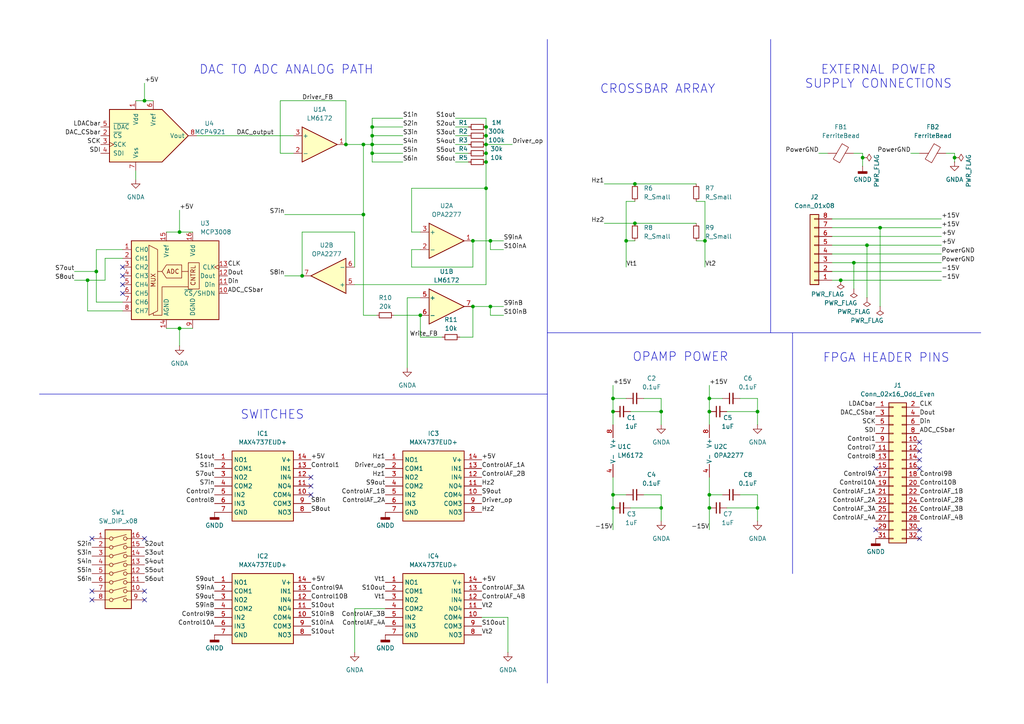
<source format=kicad_sch>
(kicad_sch (version 20231120) (generator "eeschema") (generator_version "8.0")
  (paper "A4")
  (lib_symbols
    (symbol "Amplifier_Operational:LM6172" (pin_names (offset 0.127))
      (property "Reference" "U" (at 0 5.08 0))
      (property "Value" "LM6172" (at 0 -5.08 0))
      (symbol "LM6172_1_1"
        (pin output line (at 7.62 0 180) (length 2.54) (name "~") (number "1"))
        (pin input line (at -7.62 -2.54 0) (length 2.54) (name "-") (number "2"))
        (pin input line (at -7.62 2.54 0) (length 2.54) (name "+") (number "3"))
      )
      (symbol "LM6172_2_1"
        (pin input line (at -7.62 2.54 0) (length 2.54) (name "+") (number "5"))
        (pin input line (at -7.62 -2.54 0) (length 2.54) (name "-") (number "6"))
        (pin output line (at 7.62 0 180) (length 2.54) (name "~") (number "7"))
      )
      (symbol "LM6172_3_1"
        (pin power_in line (at -2.54 -7.62 90) (length 3.81) (name "V-") (number "4"))
        (pin power_in line (at -2.54 7.62 270) (length 3.81) (name "V+") (number "8"))
      )
    )
    (symbol "Amplifier_Operational:OPA2277" (pin_names (offset 0.127))
      (property "Reference" "U" (at 0 5.08 0))
      (property "Value" "OPA2277" (at 0 -5.08 0))
      (symbol "OPA2277_1_1"
        (pin output line (at 7.62 0 180) (length 2.54) (name "~") (number "1"))
        (pin input line (at -7.62 -2.54 0) (length 2.54) (name "-") (number "2"))
        (pin input line (at -7.62 2.54 0) (length 2.54) (name "+") (number "3"))
      )
      (symbol "OPA2277_2_1"
        (pin input line (at -7.62 2.54 0) (length 2.54) (name "+") (number "5"))
        (pin input line (at -7.62 -2.54 0) (length 2.54) (name "-") (number "6"))
        (pin output line (at 7.62 0 180) (length 2.54) (name "~") (number "7"))
      )
      (symbol "OPA2277_3_1"
        (pin power_in line (at -2.54 -7.62 90) (length 3.81) (name "V-") (number "4"))
        (pin power_in line (at -2.54 7.62 270) (length 3.81) (name "V+") (number "8"))
      )
    )
    (symbol "Analog_ADC:MCP3008" (pin_names (offset 1.016))
      (property "Reference" "U" (at -5.08 13.335 0))
      (property "Value" "MCP3008" (at -5.08 11.43 0))
      (symbol "MCP3008_0_0"
        (text "ADC" (at -0.635 1.27 0) (effects (font (size 1.27 1.27))))
        (text "CNTRL" (at 5.969 -2.921 900) (effects (font (size 1.27 1.27)) (justify left bottom)))
        (text "MUX" (at -6.35 -1.27 900) (effects (font (size 1.27 1.27))))
      )
      (symbol "MCP3008_1_1"
        (pin input line (at -15.24 7.62 0) (length 2.54) (name "CH0") (number "1"))
        (pin input line (at 15.24 -5.08 180) (length 2.54) (name "~{CS}/SHDN") (number "10"))
        (pin input line (at 15.24 -2.54 180) (length 2.54) (name "Din") (number "11"))
        (pin output line (at 15.24 0 180) (length 2.54) (name "Dout") (number "12"))
        (pin input clock (at 15.24 2.54 180) (length 2.54) (name "CLK") (number "13"))
        (pin power_in line (at -2.54 -15.24 90) (length 2.54) (name "AGND") (number "14"))
        (pin power_in line (at -2.54 12.7 270) (length 2.54) (name "Vref") (number "15"))
        (pin power_in line (at 5.08 12.7 270) (length 2.54) (name "Vdd") (number "16"))
        (pin input line (at -15.24 5.08 0) (length 2.54) (name "CH1") (number "2"))
        (pin input line (at -15.24 2.54 0) (length 2.54) (name "CH2") (number "3"))
        (pin input line (at -15.24 0 0) (length 2.54) (name "CH3") (number "4"))
        (pin input line (at -15.24 -2.54 0) (length 2.54) (name "CH4") (number "5"))
        (pin input line (at -15.24 -5.08 0) (length 2.54) (name "CH5") (number "6"))
        (pin input line (at -15.24 -7.62 0) (length 2.54) (name "CH6") (number "7"))
        (pin input line (at -15.24 -10.16 0) (length 2.54) (name "CH7") (number "8"))
        (pin power_in line (at 5.08 -15.24 90) (length 2.54) (name "DGND") (number "9"))
      )
    )
    (symbol "Analog_DAC:MCP4921" (pin_names (offset 1.016))
      (property "Reference" "U" (at 6.35 10.795 0))
      (property "Value" "MCP4921" (at 6.35 8.89 0))
      (symbol "MCP4921_1_1"
        (pin power_in line (at 0 10.16 270) (length 2.54) (name "Vdd") (number "1"))
        (pin input line (at -10.16 0 0) (length 2.54) (name "~{CS}") (number "2"))
        (pin input clock (at -10.16 -2.54 0) (length 2.54) (name "SCK") (number "3"))
        (pin input line (at -10.16 -5.08 0) (length 2.54) (name "SDI") (number "4"))
        (pin input line (at -10.16 2.54 0) (length 2.54) (name "~{LDAC}") (number "5"))
        (pin power_in line (at 5.08 10.16 270) (length 2.54) (name "Vref") (number "6"))
        (pin power_in line (at 0 -10.16 90) (length 2.54) (name "Vss") (number "7"))
        (pin output line (at 17.78 0 180) (length 2.54) (name "Vout") (number "8"))
      )
    )
    (symbol "Connector_Generic:Conn_01x08" (pin_names (offset 1.016) hide)
      (property "Reference" "J" (at 0 10.16 0))
      (property "Value" "Conn_01x08" (at 0 -12.7 0))
      (symbol "Conn_01x08_1_1"
        (pin passive line (at -5.08 7.62 0) (length 3.81) (name "Pin_1") (number "1"))
        (pin passive line (at -5.08 5.08 0) (length 3.81) (name "Pin_2") (number "2"))
        (pin passive line (at -5.08 2.54 0) (length 3.81) (name "Pin_3") (number "3"))
        (pin passive line (at -5.08 0 0) (length 3.81) (name "Pin_4") (number "4"))
        (pin passive line (at -5.08 -2.54 0) (length 3.81) (name "Pin_5") (number "5"))
        (pin passive line (at -5.08 -5.08 0) (length 3.81) (name "Pin_6") (number "6"))
        (pin passive line (at -5.08 -7.62 0) (length 3.81) (name "Pin_7") (number "7"))
        (pin passive line (at -5.08 -10.16 0) (length 3.81) (name "Pin_8") (number "8"))
      )
    )
    (symbol "Connector_Generic:Conn_02x16_Odd_Even" (pin_names (offset 1.016) hide)
      (property "Reference" "J" (at 1.27 20.32 0))
      (property "Value" "Conn_02x16_Odd_Even" (at 1.27 -22.86 0))
      (symbol "Conn_02x16_Odd_Even_1_1"
        (pin passive line (at -5.08 17.78 0) (length 3.81) (name "Pin_1") (number "1"))
        (pin passive line (at 7.62 7.62 180) (length 3.81) (name "Pin_10") (number "10"))
        (pin passive line (at -5.08 5.08 0) (length 3.81) (name "Pin_11") (number "11"))
        (pin passive line (at 7.62 5.08 180) (length 3.81) (name "Pin_12") (number "12"))
        (pin passive line (at -5.08 2.54 0) (length 3.81) (name "Pin_13") (number "13"))
        (pin passive line (at 7.62 2.54 180) (length 3.81) (name "Pin_14") (number "14"))
        (pin passive line (at -5.08 0 0) (length 3.81) (name "Pin_15") (number "15"))
        (pin passive line (at 7.62 0 180) (length 3.81) (name "Pin_16") (number "16"))
        (pin passive line (at -5.08 -2.54 0) (length 3.81) (name "Pin_17") (number "17"))
        (pin passive line (at 7.62 -2.54 180) (length 3.81) (name "Pin_18") (number "18"))
        (pin passive line (at -5.08 -5.08 0) (length 3.81) (name "Pin_19") (number "19"))
        (pin passive line (at 7.62 17.78 180) (length 3.81) (name "Pin_2") (number "2"))
        (pin passive line (at 7.62 -5.08 180) (length 3.81) (name "Pin_20") (number "20"))
        (pin passive line (at -5.08 -7.62 0) (length 3.81) (name "Pin_21") (number "21"))
        (pin passive line (at 7.62 -7.62 180) (length 3.81) (name "Pin_22") (number "22"))
        (pin passive line (at -5.08 -10.16 0) (length 3.81) (name "Pin_23") (number "23"))
        (pin passive line (at 7.62 -10.16 180) (length 3.81) (name "Pin_24") (number "24"))
        (pin passive line (at -5.08 -12.7 0) (length 3.81) (name "Pin_25") (number "25"))
        (pin passive line (at 7.62 -12.7 180) (length 3.81) (name "Pin_26") (number "26"))
        (pin passive line (at -5.08 -15.24 0) (length 3.81) (name "Pin_27") (number "27"))
        (pin passive line (at 7.62 -15.24 180) (length 3.81) (name "Pin_28") (number "28"))
        (pin passive line (at -5.08 -17.78 0) (length 3.81) (name "Pin_29") (number "29"))
        (pin passive line (at -5.08 15.24 0) (length 3.81) (name "Pin_3") (number "3"))
        (pin passive line (at 7.62 -17.78 180) (length 3.81) (name "Pin_30") (number "30"))
        (pin passive line (at -5.08 -20.32 0) (length 3.81) (name "Pin_31") (number "31"))
        (pin passive line (at 7.62 -20.32 180) (length 3.81) (name "Pin_32") (number "32"))
        (pin passive line (at 7.62 15.24 180) (length 3.81) (name "Pin_4") (number "4"))
        (pin passive line (at -5.08 12.7 0) (length 3.81) (name "Pin_5") (number "5"))
        (pin passive line (at 7.62 12.7 180) (length 3.81) (name "Pin_6") (number "6"))
        (pin passive line (at -5.08 10.16 0) (length 3.81) (name "Pin_7") (number "7"))
        (pin passive line (at 7.62 10.16 180) (length 3.81) (name "Pin_8") (number "8"))
        (pin passive line (at -5.08 7.62 0) (length 3.81) (name "Pin_9") (number "9"))
      )
    )
    (symbol "Device:C_Small" (pin_numbers hide) (pin_names (offset 0.254) hide)
      (property "Reference" "C" (at 0.254 1.778 0))
      (property "Value" "C_Small" (at 0.254 -2.032 0))
      (symbol "C_Small_1_1"
        (pin passive line (at 0 2.54 270) (length 2.032) (name "~") (number "1"))
        (pin passive line (at 0 -2.54 90) (length 2.032) (name "~") (number "2"))
      )
    )
    (symbol "Device:FerriteBead" (pin_numbers hide) (pin_names (offset 0))
      (property "Reference" "FB" (at -3.81 0.635 90))
      (property "Value" "FerriteBead" (at 3.81 0 90))
      (symbol "FerriteBead_1_1"
        (pin passive line (at 0 3.81 270) (length 2.54) (name "~") (number "1"))
        (pin passive line (at 0 -3.81 90) (length 2.54) (name "~") (number "2"))
      )
    )
    (symbol "Device:R_Small" (pin_numbers hide) (pin_names (offset 0.254) hide)
      (property "Reference" "R" (at 0.762 0.508 0))
      (property "Value" "R_Small" (at 0.762 -1.016 0))
      (symbol "R_Small_1_1"
        (pin passive line (at 0 2.54 270) (length 0.762) (name "~") (number "1"))
        (pin passive line (at 0 -2.54 90) (length 0.762) (name "~") (number "2"))
      )
    )
    (symbol "MAX4737:MAX4737EUD+"
      (property "Reference" "IC" (at 24.13 7.62 0))
      (property "Value" "MAX4737EUD+" (at 24.13 5.08 0))
      (symbol "MAX4737EUD+_1_1"
        (pin passive line (at 0 0 0) (length 5.08) (name "NO1") (number "1"))
        (pin passive line (at 27.94 -10.16 180) (length 5.08) (name "COM4") (number "10"))
        (pin passive line (at 27.94 -7.62 180) (length 5.08) (name "NO4") (number "11"))
        (pin input line (at 27.94 -5.08 180) (length 5.08) (name "IN4") (number "12"))
        (pin input line (at 27.94 -2.54 180) (length 5.08) (name "IN1") (number "13"))
        (pin passive line (at 27.94 0 180) (length 5.08) (name "V+") (number "14"))
        (pin passive line (at 0 -2.54 0) (length 5.08) (name "COM1") (number "2"))
        (pin passive line (at 0 -5.08 0) (length 5.08) (name "NO2") (number "3"))
        (pin passive line (at 0 -7.62 0) (length 5.08) (name "COM2") (number "4"))
        (pin input line (at 0 -10.16 0) (length 5.08) (name "IN2") (number "5"))
        (pin input line (at 0 -12.7 0) (length 5.08) (name "IN3") (number "6"))
        (pin power_in line (at 0 -15.24 0) (length 5.08) (name "GND") (number "7"))
        (pin passive line (at 27.94 -15.24 180) (length 5.08) (name "NO3") (number "8"))
        (pin passive line (at 27.94 -12.7 180) (length 5.08) (name "COM3") (number "9"))
      )
    )
    (symbol "Switch:SW_DIP_x08" (pin_names (offset 0) hide)
      (property "Reference" "SW" (at 0 13.97 0))
      (property "Value" "SW_DIP_x08" (at 0 -11.43 0))
      (symbol "SW_DIP_x08_1_1"
        (pin passive line (at -7.62 10.16 0) (length 5.08) (name "~") (number "1"))
        (pin passive line (at 7.62 -5.08 180) (length 5.08) (name "~") (number "10"))
        (pin passive line (at 7.62 -2.54 180) (length 5.08) (name "~") (number "11"))
        (pin passive line (at 7.62 0 180) (length 5.08) (name "~") (number "12"))
        (pin passive line (at 7.62 2.54 180) (length 5.08) (name "~") (number "13"))
        (pin passive line (at 7.62 5.08 180) (length 5.08) (name "~") (number "14"))
        (pin passive line (at 7.62 7.62 180) (length 5.08) (name "~") (number "15"))
        (pin passive line (at 7.62 10.16 180) (length 5.08) (name "~") (number "16"))
        (pin passive line (at -7.62 7.62 0) (length 5.08) (name "~") (number "2"))
        (pin passive line (at -7.62 5.08 0) (length 5.08) (name "~") (number "3"))
        (pin passive line (at -7.62 2.54 0) (length 5.08) (name "~") (number "4"))
        (pin passive line (at -7.62 0 0) (length 5.08) (name "~") (number "5"))
        (pin passive line (at -7.62 -2.54 0) (length 5.08) (name "~") (number "6"))
        (pin passive line (at -7.62 -5.08 0) (length 5.08) (name "~") (number "7"))
        (pin passive line (at -7.62 -7.62 0) (length 5.08) (name "~") (number "8"))
        (pin passive line (at 7.62 -7.62 180) (length 5.08) (name "~") (number "9"))
      )
    )
    (symbol "power:GNDA" (power) (pin_numbers hide) (pin_names (offset 0) hide)
      (property "Value" "GNDA" (at 0 -3.81 0))
      (symbol "GNDA_1_1"
        (pin power_in line (at 0 0 270) (length 0) (name "~") (number "1"))
      )
    )
    (symbol "power:GNDD" (power) (pin_numbers hide) (pin_names (offset 0) hide)
      (property "Value" "GNDD" (at 0 -3.175 0))
      (symbol "GNDD_1_1"
        (pin power_in line (at 0 0 270) (length 0) (name "~") (number "1"))
      )
    )
    (symbol "power:PWR_FLAG" (power) (pin_numbers hide) (pin_names (offset 0) hide)
      (property "Value" "PWR_FLAG" (at 0 3.81 0))
      (symbol "PWR_FLAG_0_0"
        (pin power_out line (at 0 0 90) (length 0) (name "~") (number "1"))
      )
    )
  )
  (junction (at 140.97 46.99))
  (junction (at 52.07 95.25))
  (junction (at 204.47 69.85))
  (junction (at 87.63 80.01))
  (junction (at 107.95 41.91))
  (junction (at 219.71 119.38))
  (junction (at 137.16 69.85))
  (junction (at 177.8 147.32))
  (junction (at 27.94 78.74))
  (junction (at 107.95 39.37))
  (junction (at 105.41 62.23))
  (junction (at 100.33 41.91))
  (junction (at 181.61 69.85))
  (junction (at 105.41 41.91))
  (junction (at 41.91 29.21))
  (junction (at 191.77 147.32))
  (junction (at 251.46 71.12))
  (junction (at 107.95 36.83))
  (junction (at 121.92 91.44))
  (junction (at 137.16 88.9))
  (junction (at 140.97 44.45))
  (junction (at 191.77 119.38))
  (junction (at 205.74 147.32))
  (junction (at 140.97 41.91))
  (junction (at 247.65 76.2))
  (junction (at 52.07 67.31))
  (junction (at 142.24 88.9))
  (junction (at 205.74 115.57))
  (junction (at 177.8 115.57))
  (junction (at 205.74 143.51))
  (junction (at 25.4 81.28))
  (junction (at 140.97 54.61))
  (junction (at 219.71 147.32))
  (junction (at 184.15 64.77))
  (junction (at 177.8 143.51))
  (junction (at 140.97 39.37))
  (junction (at 140.97 36.83))
  (junction (at 243.84 81.28))
  (junction (at 177.8 119.38))
  (junction (at 184.15 53.34))
  (junction (at 142.24 69.85))
  (junction (at 276.86 45.72))
  (junction (at 107.95 44.45))
  (junction (at 205.74 119.38))
  (junction (at 250.19 45.72))
  (junction (at 255.27 66.04))
  (no_connect (at 26.67 171.45))
  (no_connect (at 266.7 133.35))
  (no_connect (at 26.67 156.21))
  (no_connect (at 266.7 156.21))
  (no_connect (at 266.7 153.67))
  (no_connect (at 41.91 171.45))
  (no_connect (at 35.56 77.47))
  (no_connect (at 266.7 130.81))
  (no_connect (at 26.67 173.99))
  (no_connect (at 41.91 173.99))
  (no_connect (at 254 135.89))
  (no_connect (at 35.56 85.09))
  (no_connect (at 35.56 82.55))
  (no_connect (at 254 153.67))
  (no_connect (at 266.7 135.89))
  (no_connect (at 35.56 80.01))
  (no_connect (at 90.17 140.97))
  (no_connect (at 266.7 128.27))
  (no_connect (at 90.17 138.43))
  (no_connect (at 41.91 156.21))
  (no_connect (at 90.17 143.51))
  (wire (pts (xy 52.07 95.25) (xy 55.88 95.25)))
  (wire (pts (xy 276.86 46.99) (xy 276.86 45.72)))
  (wire (pts (xy 142.24 72.39) (xy 142.24 69.85)))
  (wire (pts (xy 184.15 64.77) (xy 201.93 64.77)))
  (wire (pts (xy 247.65 44.45) (xy 250.19 44.45)))
  (wire (pts (xy 241.3 63.5) (xy 273.05 63.5)))
  (wire (pts (xy 140.97 44.45) (xy 140.97 46.99)))
  (wire (pts (xy 241.3 81.28) (xy 243.84 81.28)))
  (wire (pts (xy 107.95 39.37) (xy 116.84 39.37)))
  (wire (pts (xy 186.69 115.57) (xy 191.77 115.57)))
  (wire (pts (xy 241.3 71.12) (xy 251.46 71.12)))
  (wire (pts (xy 39.37 52.07) (xy 39.37 49.53)))
  (wire (pts (xy 177.8 138.43) (xy 177.8 143.51)))
  (wire (pts (xy 121.92 97.79) (xy 128.27 97.79)))
  (wire (pts (xy 142.24 69.85) (xy 146.05 69.85)))
  (wire (pts (xy 27.94 87.63) (xy 35.56 87.63)))
  (wire (pts (xy 142.24 88.9) (xy 146.05 88.9)))
  (wire (pts (xy 107.95 44.45) (xy 107.95 46.99)))
  (wire (pts (xy 41.91 24.13) (xy 41.91 29.21)))
  (wire (pts (xy 107.95 41.91) (xy 116.84 41.91)))
  (wire (pts (xy 184.15 53.34) (xy 201.93 53.34)))
  (wire (pts (xy 87.63 67.31) (xy 87.63 80.01)))
  (wire (pts (xy 132.08 39.37) (xy 135.89 39.37)))
  (wire (pts (xy 177.8 111.76) (xy 177.8 115.57)))
  (wire (pts (xy 139.7 179.07) (xy 147.32 179.07)))
  (wire (pts (xy 140.97 39.37) (xy 140.97 41.91)))
  (wire (pts (xy 121.92 86.36) (xy 118.11 86.36)))
  (wire (pts (xy 191.77 143.51) (xy 191.77 147.32)))
  (wire (pts (xy 48.26 67.31) (xy 52.07 67.31)))
  (wire (pts (xy 107.95 39.37) (xy 107.95 36.83)))
  (wire (pts (xy 205.74 143.51) (xy 205.74 147.32)))
  (wire (pts (xy 137.16 88.9) (xy 142.24 88.9)))
  (wire (pts (xy 241.3 78.74) (xy 273.05 78.74)))
  (wire (pts (xy 81.28 44.45) (xy 81.28 29.21)))
  (polyline (pts (xy 158.75 11.43) (xy 158.75 96.52)))
  (wire (pts (xy 243.84 81.28) (xy 273.05 81.28)))
  (wire (pts (xy 114.3 91.44) (xy 121.92 91.44)))
  (wire (pts (xy 205.74 147.32) (xy 205.74 153.67)))
  (wire (pts (xy 181.61 143.51) (xy 177.8 143.51)))
  (wire (pts (xy 21.59 81.28) (xy 25.4 81.28)))
  (polyline (pts (xy 158.75 114.3) (xy 158.75 198.12)))
  (wire (pts (xy 241.3 76.2) (xy 247.65 76.2)))
  (wire (pts (xy 137.16 77.47) (xy 137.16 69.85)))
  (wire (pts (xy 107.95 44.45) (xy 116.84 44.45)))
  (wire (pts (xy 121.92 97.79) (xy 121.92 91.44)))
  (wire (pts (xy 177.8 143.51) (xy 177.8 147.32)))
  (wire (pts (xy 107.95 36.83) (xy 107.95 34.29)))
  (wire (pts (xy 147.32 179.07) (xy 147.32 189.23)))
  (wire (pts (xy 52.07 95.25) (xy 52.07 100.33)))
  (wire (pts (xy 105.41 41.91) (xy 105.41 62.23)))
  (wire (pts (xy 41.91 29.21) (xy 44.45 29.21)))
  (wire (pts (xy 205.74 115.57) (xy 205.74 119.38)))
  (wire (pts (xy 132.08 46.99) (xy 135.89 46.99)))
  (wire (pts (xy 210.82 147.32) (xy 219.71 147.32)))
  (wire (pts (xy 250.19 45.72) (xy 250.19 48.26)))
  (wire (pts (xy 107.95 41.91) (xy 107.95 39.37)))
  (wire (pts (xy 214.63 143.51) (xy 219.71 143.51)))
  (wire (pts (xy 182.88 119.38) (xy 191.77 119.38)))
  (wire (pts (xy 142.24 91.44) (xy 146.05 91.44)))
  (wire (pts (xy 142.24 88.9) (xy 142.24 91.44)))
  (wire (pts (xy 119.38 77.47) (xy 137.16 77.47)))
  (wire (pts (xy 25.4 81.28) (xy 25.4 90.17)))
  (wire (pts (xy 140.97 34.29) (xy 140.97 36.83)))
  (wire (pts (xy 251.46 71.12) (xy 251.46 86.36)))
  (wire (pts (xy 201.93 58.42) (xy 204.47 58.42)))
  (wire (pts (xy 121.92 72.39) (xy 119.38 72.39)))
  (wire (pts (xy 177.8 119.38) (xy 177.8 123.19)))
  (wire (pts (xy 107.95 46.99) (xy 116.84 46.99)))
  (wire (pts (xy 111.76 176.53) (xy 102.87 176.53)))
  (wire (pts (xy 81.28 29.21) (xy 100.33 29.21)))
  (wire (pts (xy 105.41 91.44) (xy 109.22 91.44)))
  (wire (pts (xy 175.26 64.77) (xy 184.15 64.77)))
  (wire (pts (xy 102.87 67.31) (xy 87.63 67.31)))
  (wire (pts (xy 205.74 111.76) (xy 205.74 115.57)))
  (wire (pts (xy 191.77 115.57) (xy 191.77 119.38)))
  (wire (pts (xy 140.97 41.91) (xy 148.59 41.91)))
  (wire (pts (xy 119.38 72.39) (xy 119.38 77.47)))
  (wire (pts (xy 240.03 44.45) (xy 237.49 44.45)))
  (wire (pts (xy 119.38 67.31) (xy 121.92 67.31)))
  (wire (pts (xy 30.48 74.93) (xy 35.56 74.93)))
  (wire (pts (xy 137.16 97.79) (xy 137.16 88.9)))
  (wire (pts (xy 204.47 69.85) (xy 204.47 77.47)))
  (wire (pts (xy 250.19 44.45) (xy 250.19 45.72)))
  (wire (pts (xy 107.95 41.91) (xy 107.95 44.45)))
  (wire (pts (xy 105.41 41.91) (xy 107.95 41.91)))
  (wire (pts (xy 241.3 66.04) (xy 255.27 66.04)))
  (wire (pts (xy 219.71 119.38) (xy 219.71 123.19)))
  (wire (pts (xy 140.97 54.61) (xy 119.38 54.61)))
  (wire (pts (xy 255.27 66.04) (xy 273.05 66.04)))
  (wire (pts (xy 205.74 138.43) (xy 205.74 143.51)))
  (wire (pts (xy 205.74 119.38) (xy 205.74 123.19)))
  (wire (pts (xy 82.55 80.01) (xy 87.63 80.01)))
  (wire (pts (xy 27.94 78.74) (xy 27.94 87.63)))
  (wire (pts (xy 181.61 115.57) (xy 177.8 115.57)))
  (wire (pts (xy 219.71 147.32) (xy 219.71 151.13)))
  (wire (pts (xy 133.35 97.79) (xy 137.16 97.79)))
  (wire (pts (xy 118.11 86.36) (xy 118.11 106.68)))
  (wire (pts (xy 132.08 34.29) (xy 140.97 34.29)))
  (wire (pts (xy 241.3 73.66) (xy 273.05 73.66)))
  (wire (pts (xy 241.3 68.58) (xy 273.05 68.58)))
  (wire (pts (xy 177.8 115.57) (xy 177.8 119.38)))
  (wire (pts (xy 247.65 76.2) (xy 247.65 83.82)))
  (wire (pts (xy 27.94 78.74) (xy 27.94 72.39)))
  (wire (pts (xy 191.77 147.32) (xy 191.77 151.13)))
  (wire (pts (xy 204.47 58.42) (xy 204.47 69.85)))
  (wire (pts (xy 247.65 76.2) (xy 273.05 76.2)))
  (wire (pts (xy 255.27 66.04) (xy 255.27 88.9)))
  (wire (pts (xy 140.97 41.91) (xy 140.97 44.45)))
  (wire (pts (xy 102.87 77.47) (xy 102.87 67.31)))
  (wire (pts (xy 181.61 58.42) (xy 181.61 69.85)))
  (wire (pts (xy 132.08 41.91) (xy 135.89 41.91)))
  (wire (pts (xy 52.07 60.96) (xy 52.07 67.31)))
  (wire (pts (xy 175.26 53.34) (xy 184.15 53.34)))
  (wire (pts (xy 209.55 143.51) (xy 205.74 143.51)))
  (polyline (pts (xy 223.52 11.43) (xy 223.52 96.52)))
  (wire (pts (xy 57.15 39.37) (xy 85.09 39.37)))
  (wire (pts (xy 186.69 143.51) (xy 191.77 143.51)))
  (wire (pts (xy 276.86 44.45) (xy 274.32 44.45)))
  (wire (pts (xy 209.55 115.57) (xy 205.74 115.57)))
  (wire (pts (xy 107.95 34.29) (xy 116.84 34.29)))
  (wire (pts (xy 219.71 115.57) (xy 219.71 119.38)))
  (wire (pts (xy 21.59 78.74) (xy 27.94 78.74)))
  (wire (pts (xy 132.08 44.45) (xy 135.89 44.45)))
  (wire (pts (xy 25.4 81.28) (xy 30.48 81.28)))
  (wire (pts (xy 119.38 54.61) (xy 119.38 67.31)))
  (wire (pts (xy 27.94 72.39) (xy 35.56 72.39)))
  (wire (pts (xy 25.4 90.17) (xy 35.56 90.17)))
  (wire (pts (xy 264.16 44.45) (xy 266.7 44.45)))
  (wire (pts (xy 48.26 95.25) (xy 52.07 95.25)))
  (wire (pts (xy 146.05 72.39) (xy 142.24 72.39)))
  (wire (pts (xy 184.15 58.42) (xy 181.61 58.42)))
  (wire (pts (xy 30.48 81.28) (xy 30.48 74.93)))
  (polyline (pts (xy 158.75 114.3) (xy 158.75 96.52)))
  (polyline (pts (xy 229.87 96.52) (xy 284.48 96.52)))
  (wire (pts (xy 204.47 69.85) (xy 201.93 69.85)))
  (wire (pts (xy 102.87 176.53) (xy 102.87 189.23)))
  (wire (pts (xy 182.88 147.32) (xy 191.77 147.32)))
  (wire (pts (xy 102.87 82.55) (xy 140.97 82.55)))
  (wire (pts (xy 177.8 147.32) (xy 177.8 153.67)))
  (wire (pts (xy 276.86 45.72) (xy 276.86 44.45)))
  (polyline (pts (xy 11.43 114.3) (xy 158.75 114.3)))
  (polyline (pts (xy 158.75 96.52) (xy 229.87 96.52)))
  (wire (pts (xy 214.63 115.57) (xy 219.71 115.57)))
  (wire (pts (xy 82.55 62.23) (xy 105.41 62.23)))
  (wire (pts (xy 181.61 69.85) (xy 184.15 69.85)))
  (wire (pts (xy 107.95 36.83) (xy 116.84 36.83)))
  (wire (pts (xy 39.37 29.21) (xy 41.91 29.21)))
  (wire (pts (xy 140.97 36.83) (xy 140.97 39.37)))
  (wire (pts (xy 219.71 143.51) (xy 219.71 147.32)))
  (wire (pts (xy 181.61 69.85) (xy 181.61 77.47)))
  (wire (pts (xy 100.33 41.91) (xy 105.41 41.91)))
  (wire (pts (xy 105.41 62.23) (xy 105.41 91.44)))
  (wire (pts (xy 100.33 29.21) (xy 100.33 41.91)))
  (wire (pts (xy 52.07 67.31) (xy 55.88 67.31)))
  (wire (pts (xy 132.08 36.83) (xy 135.89 36.83)))
  (wire (pts (xy 210.82 119.38) (xy 219.71 119.38)))
  (wire (pts (xy 251.46 71.12) (xy 273.05 71.12)))
  (wire (pts (xy 85.09 44.45) (xy 81.28 44.45)))
  (wire (pts (xy 140.97 46.99) (xy 140.97 54.61)))
  (wire (pts (xy 191.77 119.38) (xy 191.77 123.19)))
  (wire (pts (xy 140.97 54.61) (xy 140.97 82.55)))
  (wire (pts (xy 137.16 69.85) (xy 142.24 69.85)))
  (polyline (pts (xy 229.87 96.52) (xy 229.87 166.37)))
  (text "SWITCHES" (at 78.994 120.396 0) (effects (font (size 2.54 2.54))))
  (text "CROSSBAR ARRAY" (at 190.754 25.908 0) (effects (font (size 2.54 2.54))))
  (text "DAC TO ADC ANALOG PATH" (at 83.058 20.32 0) (effects (font (size 2.54 2.54))))
  (text "OPAMP POWER" (at 197.358 103.632 0) (effects (font (size 2.54 2.54))))
  (text "EXTERNAL POWER\nSUPPLY CONNECTIONS" (at 254.762 22.352 0) (effects (font (size 2.54 2.54))))
  (text "FPGA HEADER PINS" (at 257.048 103.886 0) (effects (font (size 2.54 2.54))))
  (label "+15V" (at 177.8 111.76 0))
  (label "Driver_op" (at 148.59 41.91 0))
  (label "Vt1" (at 111.76 168.91 180))
  (label "S8in" (at 82.55 80.01 180))
  (label "S3out" (at 41.91 161.29 0))
  (label "SDI" (at 254 125.73 180))
  (label "S1out" (at 132.08 34.29 180))
  (label "S9inA" (at 146.05 69.85 0))
  (label "Control10A" (at 254 140.97 180))
  (label "ControlAF_2A" (at 111.76 146.05 180))
  (label "S7out" (at 21.59 78.74 180))
  (label "S10inB" (at 90.17 179.07 0))
  (label "ControlAF_2A" (at 254 146.05 180))
  (label "Control8" (at 254 133.35 180))
  (label "ControlAF_1B" (at 111.76 143.51 180))
  (label "PowerGND" (at 237.49 44.45 180))
  (label "+15V" (at 205.74 111.76 0))
  (label "S6in" (at 26.67 168.91 180))
  (label "PowerGND" (at 264.16 44.45 180))
  (label "S8out" (at 90.17 148.59 0))
  (label "+5V" (at 139.7 168.91 0))
  (label "Vt2" (at 139.7 184.15 0))
  (label "S9out" (at 62.23 168.91 180))
  (label "S5in" (at 26.67 166.37 180))
  (label "DAC_CSbar" (at 29.21 39.37 180))
  (label "Vt1" (at 181.61 77.47 0))
  (label "S1in" (at 62.23 135.89 180))
  (label "Driver_FB" (at 87.63 29.21 0))
  (label "ControlAF_4A" (at 111.76 181.61 180))
  (label "S9out" (at 139.7 143.51 0))
  (label "ControlAF_2B" (at 266.7 146.05 0))
  (label "+15V" (at 273.05 66.04 0))
  (label "Control1" (at 254 128.27 180))
  (label "Dout" (at 66.04 80.01 0))
  (label "Driver_op" (at 139.7 146.05 0))
  (label "Din" (at 266.7 123.19 0))
  (label "S5in" (at 116.84 44.45 0))
  (label "Control9A" (at 254 138.43 180))
  (label "Control9B" (at 62.23 179.07 180))
  (label "ControlAF_4B" (at 139.7 173.99 0))
  (label "ControlAF_3A" (at 254 148.59 180))
  (label "+5V" (at 90.17 133.35 0))
  (label "Hz1" (at 111.76 133.35 180))
  (label "+5V" (at 41.91 24.13 0))
  (label "S7in" (at 62.23 140.97 180))
  (label "ControlAF_1A" (at 254 143.51 180))
  (label "S7out" (at 62.23 138.43 180))
  (label "ControlAF_3B" (at 266.7 148.59 0))
  (label "S10inA" (at 146.05 72.39 0))
  (label "Driver_op" (at 111.76 135.89 180))
  (label "SCK" (at 254 123.19 180))
  (label "-15V" (at 273.05 78.74 0))
  (label "DAC_CSbar" (at 254 120.65 180))
  (label "S3in" (at 116.84 39.37 0))
  (label "S9inA" (at 62.23 171.45 180))
  (label "S10out" (at 111.76 171.45 180))
  (label "Control8" (at 62.23 146.05 180))
  (label "PowerGND" (at 273.05 76.2 0))
  (label "LDACbar" (at 254 118.11 180))
  (label "ControlAF_1B" (at 266.7 143.51 0))
  (label "Din" (at 66.04 82.55 0))
  (label "Vt1" (at 111.76 173.99 180))
  (label "S1in" (at 116.84 34.29 0))
  (label "Control9A" (at 90.17 171.45 0))
  (label "S6in" (at 116.84 46.99 0))
  (label "S5out" (at 132.08 44.45 180))
  (label "+5V" (at 273.05 71.12 0))
  (label "SCK" (at 29.21 41.91 180))
  (label "S3in" (at 26.67 161.29 180))
  (label "S7in" (at 82.55 62.23 180))
  (label "+5V" (at 52.07 60.96 0))
  (label "ControlAF_2B" (at 139.7 138.43 0))
  (label "SDI" (at 29.21 44.45 180))
  (label "S9out" (at 111.76 140.97 180))
  (label "S9inB" (at 62.23 176.53 180))
  (label "S8out" (at 21.59 81.28 180))
  (label "ControlAF_4B" (at 266.7 151.13 0))
  (label "Write_FB" (at 127 97.79 180))
  (label "S5out" (at 41.91 166.37 0))
  (label "+15V" (at 273.05 63.5 0))
  (label "S1out" (at 62.23 133.35 180))
  (label "S8in" (at 90.17 146.05 0))
  (label "CLK" (at 266.7 118.11 0))
  (label "+5V" (at 273.05 68.58 0))
  (label "S4out" (at 41.91 163.83 0))
  (label "S2out" (at 41.91 158.75 0))
  (label "S4out" (at 132.08 41.91 180))
  (label "Control10B" (at 90.17 173.99 0))
  (label "Hz2" (at 139.7 140.97 0))
  (label "Control7" (at 254 130.81 180))
  (label "LDACbar" (at 29.21 36.83 180))
  (label "DAC_output" (at 68.58 39.37 0))
  (label "S3out" (at 132.08 39.37 180))
  (label "S4in" (at 26.67 163.83 180))
  (label "PowerGND" (at 273.05 73.66 0))
  (label "-15V" (at 205.74 153.67 180))
  (label "S10out" (at 90.17 184.15 0))
  (label "S6out" (at 41.91 168.91 0))
  (label "Control9B" (at 266.7 138.43 0))
  (label "ControlAF_3A" (at 139.7 171.45 0))
  (label "ControlAF_1A" (at 139.7 135.89 0))
  (label "S2out" (at 132.08 36.83 180))
  (label "S2in" (at 116.84 36.83 0))
  (label "Vt2" (at 204.47 77.47 0))
  (label "Dout" (at 266.7 120.65 0))
  (label "Control7" (at 62.23 143.51 180))
  (label "Control10B" (at 266.7 140.97 0))
  (label "S10inA" (at 90.17 181.61 0))
  (label "Hz1" (at 111.76 138.43 180))
  (label "S6out" (at 132.08 46.99 180))
  (label "S10out" (at 90.17 176.53 0))
  (label "ADC_CSbar" (at 66.04 85.09 0))
  (label "S10inB" (at 146.05 91.44 0))
  (label "ControlAF_4A" (at 254 151.13 180))
  (label "ControlAF_3B" (at 111.76 179.07 180))
  (label "S9inB" (at 146.05 88.9 0))
  (label "S4in" (at 116.84 41.91 0))
  (label "Hz2" (at 175.26 64.77 180))
  (label "Vt2" (at 139.7 176.53 0))
  (label "Hz2" (at 139.7 148.59 0))
  (label "-15V" (at 177.8 153.67 180))
  (label "+5V" (at 139.7 133.35 0))
  (label "S9out" (at 62.23 173.99 180))
  (label "Hz1" (at 175.26 53.34 180))
  (label "CLK" (at 66.04 77.47 0))
  (label "+5V" (at 90.17 168.91 0))
  (label "ADC_CSbar" (at 266.7 125.73 0))
  (label "S10out" (at 139.7 181.61 0))
  (label "Control10A" (at 62.23 181.61 180))
  (label "Control1" (at 90.17 135.89 0))
  (label "S2in" (at 26.67 158.75 180))
  (label "-15V" (at 273.05 81.28 0))
  (symbol (lib_id "MAX4737:MAX4737EUD+") (at 62.23 133.35 0) (unit 1)
    (property "Reference" "IC1" (at 76.2 125.73 0))
    (property "Value" "MAX4737EUD+" (at 76.2 128.27 0))
    (property "Footprint" "MAX4737:SOP65P640X110-14N" (effects (hide yes)))
    (property "Description" "Analog Switch ICs 4.5Ohm Quad SPST Analog Switch" (effects (hide yes)))
    (property "Height" "1.1" (effects (hide yes)))
    (property "Mouser Part Number" "700-MAX4737EUD" (effects (hide yes)))
    (property "Mouser Price/Stock" "https://www.mouser.co.uk/ProductDetail/Analog-Devices-Maxim-Integrated/MAX4737EUD%2b?qs=LHmEVA8xxfbKICdohzHcgA%3D%3D" (effects (hide yes)))
    (property "Manufacturer_Name" "Analog Devices" (effects (hide yes)))
    (property "Manufacturer_Part_Number" "MAX4737EUD+" (effects (hide yes)))
  )
  (symbol (lib_id "power:PWR_FLAG") (at 243.84 81.28 180) (unit 1)
    (property "Reference" "#FLG01" (effects (hide yes)))
    (property "Value" "PWR_FLAG" (at 240.03 85.344 0))
    (property "Description" "Special symbol for telling ERC where power comes from" (effects (hide yes)))
  )
  (symbol (lib_id "Connector_Generic:Conn_01x08") (at 236.22 73.66 180) (unit 1)
    (property "Reference" "J2" (at 236.22 57.15 0))
    (property "Value" "Conn_01x08" (at 236.22 59.69 0))
    (property "Footprint" "Connector_PinHeader_2.54mm:PinHeader_1x08_P2.54mm_Vertical" (effects (hide yes)))
    (property "Description" "Generic connector, single row, 01x08, script generated (kicad-library-utils/schlib/autogen/connector/)" (effects (hide yes)))
  )
  (symbol (lib_id "Device:R_Small") (at 138.43 44.45 90) (unit 1)
    (property "Reference" "R4" (at 134.366 43.18 90))
    (property "Value" "30k" (at 144.018 43.18 90))
    (property "Footprint" "Resistor_SMD:R_1206_3216Metric_Pad1.30x1.75mm_HandSolder" (effects (hide yes)))
    (property "Description" "Resistor, small symbol" (effects (hide yes)))
  )
  (symbol (lib_id "Device:R_Small") (at 184.15 55.88 0) (unit 1)
    (property "Reference" "R6" (at 186.69 54.6099 0) (effects (justify left)))
    (property "Value" "R_Small" (at 186.69 57.1499 0) (effects (justify left)))
    (property "Footprint" "Resistor_SMD:R_1206_3216Metric_Pad1.30x1.75mm_HandSolder" (effects (hide yes)))
    (property "Description" "Resistor, small symbol" (effects (hide yes)))
  )
  (symbol (lib_id "Device:R_Small") (at 138.43 39.37 90) (unit 1)
    (property "Reference" "R2" (at 134.366 38.1 90))
    (property "Value" "300k" (at 144.018 38.1 90))
    (property "Footprint" "Resistor_SMD:R_1206_3216Metric_Pad1.30x1.75mm_HandSolder" (effects (hide yes)))
    (property "Description" "Resistor, small symbol" (effects (hide yes)))
  )
  (symbol (lib_id "power:PWR_FLAG") (at 250.19 45.72 270) (unit 1)
    (property "Reference" "#FLG05" (effects (hide yes)))
    (property "Value" "PWR_FLAG" (at 254.254 49.53 0))
    (property "Description" "Special symbol for telling ERC where power comes from" (effects (hide yes)))
  )
  (symbol (lib_id "Amplifier_Operational:LM6172") (at 92.71 41.91 0) (unit 1)
    (property "Reference" "U1" (at 92.71 31.75 0))
    (property "Value" "LM6172" (at 92.71 34.29 0))
    (property "Footprint" "Package_DIP:DIP-8_W7.62mm_Socket" (effects (hide yes)))
    (property "Datasheet" "http://www.ti.com/lit/ds/symlink/lm6172.pdf" (effects (hide yes)))
    (property "Description" "Dual High Speed, Low Power, Low Distortion, Voltage Feedback Amplifiers, DIP-8/SOIC-8" (effects (hide yes)))
  )
  (symbol (lib_id "Device:C_Small") (at 180.34 147.32 90) (unit 1)
    (property "Reference" "C3" (at 183.134 149.098 90))
    (property "Value" "1uF" (at 183.134 151.638 90))
    (property "Footprint" "Capacitor_SMD:C_1206_3216Metric_Pad1.33x1.80mm_HandSolder" (effects (hide yes)))
    (property "Description" "Unpolarized capacitor, small symbol" (effects (hide yes)))
  )
  (symbol (lib_id "power:GNDA") (at 52.07 100.33 0) (unit 1)
    (property "Reference" "#PWR011" (effects (hide yes)))
    (property "Value" "GNDA" (at 52.07 105.41 0))
    (property "Description" "Power symbol creates a global label with name \"GNDA\" , analog ground" (effects (hide yes)))
  )
  (symbol (lib_id "Connector_Generic:Conn_02x16_Odd_Even") (at 259.08 135.89 0) (unit 1)
    (property "Reference" "J1" (at 260.35 111.76 0))
    (property "Value" "Conn_02x16_Odd_Even" (at 260.35 114.3 0))
    (property "Footprint" "Connector_PinSocket_2.54mm:PinSocket_2x16_P2.54mm_Vertical" (effects (hide yes)))
    (property "Description" "Generic connector, double row, 02x16, odd/even pin numbering scheme (row 1 odd numbers, row 2 even numbers), script generated (kicad-library-utils/schlib/autogen/connector/)" (effects (hide yes)))
  )
  (symbol (lib_id "Device:R_Small") (at 138.43 46.99 90) (unit 1)
    (property "Reference" "R5" (at 134.366 45.72 90))
    (property "Value" "10k" (at 144.018 45.72 90))
    (property "Footprint" "Resistor_SMD:R_1206_3216Metric_Pad1.30x1.75mm_HandSolder" (effects (hide yes)))
    (property "Description" "Resistor, small symbol" (effects (hide yes)))
  )
  (symbol (lib_id "power:GNDD") (at 62.23 148.59 0) (unit 1)
    (property "Reference" "#PWR010" (effects (hide yes)))
    (property "Value" "GNDD" (at 62.23 152.4 0))
    (property "Description" "Power symbol creates a global label with name \"GNDD\" , digital ground" (effects (hide yes)))
  )
  (symbol (lib_id "power:GNDA") (at 276.86 46.99 0) (unit 1)
    (property "Reference" "#PWR013" (effects (hide yes)))
    (property "Value" "GNDA" (at 276.86 52.07 0))
    (property "Description" "Power symbol creates a global label with name \"GNDA\" , analog ground" (effects (hide yes)))
  )
  (symbol (lib_id "Device:C_Small") (at 212.09 143.51 90) (unit 1)
    (property "Reference" "C8" (at 216.916 137.668 90))
    (property "Value" "0.1uF" (at 216.916 140.208 90))
    (property "Footprint" "Capacitor_SMD:C_1206_3216Metric_Pad1.33x1.80mm_HandSolder" (effects (hide yes)))
    (property "Description" "Unpolarized capacitor, small symbol" (effects (hide yes)))
  )
  (symbol (lib_id "Device:R_Small") (at 201.93 55.88 0) (unit 1)
    (property "Reference" "R7" (at 204.47 54.6099 0) (effects (justify left)))
    (property "Value" "R_Small" (at 204.47 57.1499 0) (effects (justify left)))
    (property "Footprint" "Resistor_SMD:R_1206_3216Metric_Pad1.30x1.75mm_HandSolder" (effects (hide yes)))
    (property "Description" "Resistor, small symbol" (effects (hide yes)))
  )
  (symbol (lib_id "Device:R_Small") (at 130.81 97.79 90) (unit 1)
    (property "Reference" "R11" (at 130.81 92.71 90))
    (property "Value" "10k" (at 130.81 95.25 90))
    (property "Footprint" "Resistor_SMD:R_1206_3216Metric_Pad1.30x1.75mm_HandSolder" (effects (hide yes)))
    (property "Description" "Resistor, small symbol" (effects (hide yes)))
  )
  (symbol (lib_id "power:GNDA") (at 191.77 123.19 0) (unit 1)
    (property "Reference" "#PWR01" (effects (hide yes)))
    (property "Value" "GNDA" (at 191.77 128.27 0))
    (property "Description" "Power symbol creates a global label with name \"GNDA\" , analog ground" (effects (hide yes)))
  )
  (symbol (lib_id "power:GNDA") (at 219.71 123.19 0) (unit 1)
    (property "Reference" "#PWR016" (effects (hide yes)))
    (property "Value" "GNDA" (at 219.71 128.27 0))
    (property "Description" "Power symbol creates a global label with name \"GNDA\" , analog ground" (effects (hide yes)))
  )
  (symbol (lib_id "Switch:SW_DIP_x08") (at 34.29 166.37 0) (unit 1)
    (property "Reference" "SW1" (at 34.29 148.59 0))
    (property "Value" "SW_DIP_x08" (at 34.29 151.13 0))
    (property "Footprint" "Button_Switch_THT:SW_DIP_SPSTx08_Slide_9.78x22.5mm_W7.62mm_P2.54mm" (effects (hide yes)))
    (property "Description" "8x DIP Switch, Single Pole Single Throw (SPST) switch, small symbol" (effects (hide yes)))
  )
  (symbol (lib_id "power:GNDA") (at 191.77 151.13 0) (unit 1)
    (property "Reference" "#PWR02" (effects (hide yes)))
    (property "Value" "GNDA" (at 191.77 156.21 0))
    (property "Description" "Power symbol creates a global label with name \"GNDA\" , analog ground" (effects (hide yes)))
  )
  (symbol (lib_id "power:GNDD") (at 62.23 184.15 0) (unit 1)
    (property "Reference" "#PWR07" (effects (hide yes)))
    (property "Value" "GNDD" (at 62.23 187.96 0))
    (property "Description" "Power symbol creates a global label with name \"GNDD\" , digital ground" (effects (hide yes)))
  )
  (symbol (lib_id "power:GNDA") (at 39.37 52.07 0) (unit 1)
    (property "Reference" "#PWR015" (effects (hide yes)))
    (property "Value" "GNDA" (at 39.37 57.15 0))
    (property "Description" "Power symbol creates a global label with name \"GNDA\" , analog ground" (effects (hide yes)))
  )
  (symbol (lib_id "power:PWR_FLAG") (at 255.27 88.9 180) (unit 1)
    (property "Reference" "#FLG04" (effects (hide yes)))
    (property "Value" "PWR_FLAG" (at 251.46 92.964 0))
    (property "Description" "Special symbol for telling ERC where power comes from" (effects (hide yes)))
  )
  (symbol (lib_id "power:PWR_FLAG") (at 276.86 45.72 270) (unit 1)
    (property "Reference" "#FLG06" (effects (hide yes)))
    (property "Value" "PWR_FLAG" (at 280.924 49.53 0))
    (property "Description" "Special symbol for telling ERC where power comes from" (effects (hide yes)))
  )
  (symbol (lib_id "Device:C_Small") (at 208.28 147.32 90) (unit 1)
    (property "Reference" "C7" (at 211.074 149.098 90))
    (property "Value" "1uF" (at 211.074 151.638 90))
    (property "Footprint" "Capacitor_SMD:C_1206_3216Metric_Pad1.33x1.80mm_HandSolder" (effects (hide yes)))
    (property "Description" "Unpolarized capacitor, small symbol" (effects (hide yes)))
  )
  (symbol (lib_id "Analog_ADC:MCP3008") (at 50.8 80.01 0) (unit 1)
    (property "Reference" "U3" (at 58.0741 64.77 0) (effects (justify left)))
    (property "Value" "MCP3008" (at 58.0741 67.31 0) (effects (justify left)))
    (property "Footprint" "Package_DIP:DIP-16_W7.62mm_Socket" (effects (hide yes)))
    (property "Datasheet" "http://ww1.microchip.com/downloads/en/DeviceDoc/21295d.pdf" (effects (hide yes)))
    (property "Description" "A/D Converter, 10-Bit, 8-Channel, SPI Interface , 2.7V-5.5V" (effects (hide yes)))
  )
  (symbol (lib_id "Amplifier_Operational:OPA2277") (at 95.25 80.01 180) (unit 2)
    (property "Reference" "U2" (at 94.742 71.12 0))
    (property "Value" "OPA2277" (at 94.742 73.66 0))
    (property "Footprint" "Package_DIP:DIP-8_W7.62mm_Socket" (effects (hide yes)))
    (property "Datasheet" "https://www.ti.com/lit/ds/symlink/opa2277.pdf" (effects (hide yes)))
    (property "Description" "Dual High Precision Operational Amplifiers, DIP-8/SOIC-8" (effects (hide yes)))
  )
  (symbol (lib_id "Amplifier_Operational:OPA2277") (at 208.28 130.81 0) (unit 3)
    (property "Reference" "U2" (at 207.01 129.5399 0) (effects (justify left)))
    (property "Value" "OPA2277" (at 207.01 132.0799 0) (effects (justify left)))
    (property "Footprint" "Package_DIP:DIP-8_W7.62mm_Socket" (effects (hide yes)))
    (property "Datasheet" "https://www.ti.com/lit/ds/symlink/opa2277.pdf" (effects (hide yes)))
    (property "Description" "Dual High Precision Operational Amplifiers, DIP-8/SOIC-8" (effects (hide yes)))
  )
  (symbol (lib_id "Device:C_Small") (at 184.15 115.57 90) (unit 1)
    (property "Reference" "C2" (at 188.976 109.728 90))
    (property "Value" "0.1uF" (at 188.976 112.268 90))
    (property "Footprint" "Capacitor_SMD:C_1206_3216Metric_Pad1.33x1.80mm_HandSolder" (effects (hide yes)))
    (property "Description" "Unpolarized capacitor, small symbol" (effects (hide yes)))
  )
  (symbol (lib_id "Device:FerriteBead") (at 243.84 44.45 270) (unit 1)
    (property "Reference" "FB1" (at 243.8908 36.83 90))
    (property "Value" "FerriteBead" (at 243.8908 39.37 90))
    (property "Footprint" "Inductor_SMD:L_1206_3216Metric_Pad1.22x1.90mm_HandSolder" (effects (hide yes)))
    (property "Description" "Ferrite bead" (effects (hide yes)))
  )
  (symbol (lib_id "Amplifier_Operational:LM6172") (at 180.34 130.81 0) (unit 3)
    (property "Reference" "U1" (at 179.07 129.5399 0) (effects (justify left)))
    (property "Value" "LM6172" (at 179.07 132.0799 0) (effects (justify left)))
    (property "Footprint" "Package_DIP:DIP-8_W7.62mm_Socket" (effects (hide yes)))
    (property "Datasheet" "http://www.ti.com/lit/ds/symlink/lm6172.pdf" (effects (hide yes)))
    (property "Description" "Dual High Speed, Low Power, Low Distortion, Voltage Feedback Amplifiers, DIP-8/SOIC-8" (effects (hide yes)))
  )
  (symbol (lib_id "Device:C_Small") (at 212.09 115.57 90) (unit 1)
    (property "Reference" "C6" (at 216.916 109.728 90))
    (property "Value" "0.1uF" (at 216.916 112.268 90))
    (property "Footprint" "Capacitor_SMD:C_1206_3216Metric_Pad1.33x1.80mm_HandSolder" (effects (hide yes)))
    (property "Description" "Unpolarized capacitor, small symbol" (effects (hide yes)))
  )
  (symbol (lib_id "Device:C_Small") (at 208.28 119.38 90) (unit 1)
    (property "Reference" "C5" (at 211.074 121.158 90))
    (property "Value" "1uF" (at 211.074 123.698 90))
    (property "Footprint" "Capacitor_SMD:C_1206_3216Metric_Pad1.33x1.80mm_HandSolder" (effects (hide yes)))
    (property "Description" "Unpolarized capacitor, small symbol" (effects (hide yes)))
  )
  (symbol (lib_id "Device:R_Small") (at 138.43 41.91 90) (unit 1)
    (property "Reference" "R3" (at 134.366 40.64 90))
    (property "Value" "100k" (at 144.018 40.64 90))
    (property "Footprint" "Resistor_SMD:R_1206_3216Metric_Pad1.30x1.75mm_HandSolder" (effects (hide yes)))
    (property "Description" "Resistor, small symbol" (effects (hide yes)))
  )
  (symbol (lib_id "power:GNDD") (at 254 156.21 0) (unit 1)
    (property "Reference" "#PWR012" (effects (hide yes)))
    (property "Value" "GNDD" (at 254 160.02 0))
    (property "Description" "Power symbol creates a global label with name \"GNDD\" , digital ground" (effects (hide yes)))
  )
  (symbol (lib_id "power:PWR_FLAG") (at 247.65 83.82 180) (unit 1)
    (property "Reference" "#FLG02" (effects (hide yes)))
    (property "Value" "PWR_FLAG" (at 243.84 87.884 0))
    (property "Description" "Special symbol for telling ERC where power comes from" (effects (hide yes)))
  )
  (symbol (lib_id "power:GNDD") (at 111.76 148.59 0) (unit 1)
    (property "Reference" "#PWR06" (effects (hide yes)))
    (property "Value" "GNDD" (at 111.76 152.4 0))
    (property "Description" "Power symbol creates a global label with name \"GNDD\" , digital ground" (effects (hide yes)))
  )
  (symbol (lib_id "MAX4737:MAX4737EUD+") (at 111.76 133.35 0) (unit 1)
    (property "Reference" "IC3" (at 125.73 125.73 0))
    (property "Value" "MAX4737EUD+" (at 125.73 128.27 0))
    (property "Footprint" "MAX4737:SOP65P640X110-14N" (effects (hide yes)))
    (property "Description" "Analog Switch ICs 4.5Ohm Quad SPST Analog Switch" (effects (hide yes)))
    (property "Height" "1.1" (effects (hide yes)))
    (property "Mouser Part Number" "700-MAX4737EUD" (effects (hide yes)))
    (property "Mouser Price/Stock" "https://www.mouser.co.uk/ProductDetail/Analog-Devices-Maxim-Integrated/MAX4737EUD%2b?qs=LHmEVA8xxfbKICdohzHcgA%3D%3D" (effects (hide yes)))
    (property "Manufacturer_Name" "Analog Devices" (effects (hide yes)))
    (property "Manufacturer_Part_Number" "MAX4737EUD+" (effects (hide yes)))
  )
  (symbol (lib_id "Amplifier_Operational:LM6172") (at 129.54 88.9 0) (unit 2)
    (property "Reference" "U1" (at 129.54 78.74 0))
    (property "Value" "LM6172" (at 129.54 81.28 0))
    (property "Footprint" "Package_DIP:DIP-8_W7.62mm_Socket" (effects (hide yes)))
    (property "Datasheet" "http://www.ti.com/lit/ds/symlink/lm6172.pdf" (effects (hide yes)))
    (property "Description" "Dual High Speed, Low Power, Low Distortion, Voltage Feedback Amplifiers, DIP-8/SOIC-8" (effects (hide yes)))
  )
  (symbol (lib_id "MAX4737:MAX4737EUD+") (at 111.76 168.91 0) (unit 1)
    (property "Reference" "IC4" (at 125.73 161.29 0))
    (property "Value" "MAX4737EUD+" (at 125.73 163.83 0))
    (property "Footprint" "MAX4737:SOP65P640X110-14N" (effects (hide yes)))
    (property "Description" "Analog Switch ICs 4.5Ohm Quad SPST Analog Switch" (effects (hide yes)))
    (property "Height" "1.1" (effects (hide yes)))
    (property "Mouser Part Number" "700-MAX4737EUD" (effects (hide yes)))
    (property "Mouser Price/Stock" "https://www.mouser.co.uk/ProductDetail/Analog-Devices-Maxim-Integrated/MAX4737EUD%2b?qs=LHmEVA8xxfbKICdohzHcgA%3D%3D" (effects (hide yes)))
    (property "Manufacturer_Name" "Analog Devices" (effects (hide yes)))
    (property "Manufacturer_Part_Number" "MAX4737EUD+" (effects (hide yes)))
  )
  (symbol (lib_id "MAX4737:MAX4737EUD+") (at 62.23 168.91 0) (unit 1)
    (property "Reference" "IC2" (at 76.2 161.29 0))
    (property "Value" "MAX4737EUD+" (at 76.2 163.83 0))
    (property "Footprint" "MAX4737:SOP65P640X110-14N" (effects (hide yes)))
    (property "Description" "Analog Switch ICs 4.5Ohm Quad SPST Analog Switch" (effects (hide yes)))
    (property "Height" "1.1" (effects (hide yes)))
    (property "Mouser Part Number" "700-MAX4737EUD" (effects (hide yes)))
    (property "Mouser Price/Stock" "https://www.mouser.co.uk/ProductDetail/Analog-Devices-Maxim-Integrated/MAX4737EUD%2b?qs=LHmEVA8xxfbKICdohzHcgA%3D%3D" (effects (hide yes)))
    (property "Manufacturer_Name" "Analog Devices" (effects (hide yes)))
    (property "Manufacturer_Part_Number" "MAX4737EUD+" (effects (hide yes)))
  )
  (symbol (lib_id "power:GNDA") (at 118.11 106.68 0) (unit 1)
    (property "Reference" "#PWR08" (effects (hide yes)))
    (property "Value" "GNDA" (at 118.11 111.76 0))
    (property "Description" "Power symbol creates a global label with name \"GNDA\" , analog ground" (effects (hide yes)))
  )
  (symbol (lib_id "Device:R_Small") (at 184.15 67.31 0) (unit 1)
    (property "Reference" "R8" (at 186.69 66.0399 0) (effects (justify left)))
    (property "Value" "R_Small" (at 186.69 68.5799 0) (effects (justify left)))
    (property "Footprint" "Resistor_SMD:R_1206_3216Metric_Pad1.30x1.75mm_HandSolder" (effects (hide yes)))
    (property "Description" "Resistor, small symbol" (effects (hide yes)))
  )
  (symbol (lib_id "Analog_DAC:MCP4921") (at 39.37 39.37 0) (unit 1)
    (property "Reference" "U4" (at 60.706 35.814 0))
    (property "Value" "MCP4921" (at 60.96 38.262 0))
    (property "Footprint" "Package_DIP:DIP-8_W7.62mm_Socket" (effects (hide yes)))
    (property "Datasheet" "http://ww1.microchip.com/downloads/en/DeviceDoc/22248a.pdf" (effects (hide yes)))
    (property "Description" "12-Bit D/A Converters with SPI Interface" (effects (hide yes)))
  )
  (symbol (lib_id "Device:R_Small") (at 201.93 67.31 0) (unit 1)
    (property "Reference" "R9" (at 204.47 66.0399 0) (effects (justify left)))
    (property "Value" "R_Small" (at 204.47 68.5799 0) (effects (justify left)))
    (property "Footprint" "Resistor_SMD:R_1206_3216Metric_Pad1.30x1.75mm_HandSolder" (effects (hide yes)))
    (property "Description" "Resistor, small symbol" (effects (hide yes)))
  )
  (symbol (lib_id "power:GNDD") (at 111.76 184.15 0) (unit 1)
    (property "Reference" "#PWR09" (effects (hide yes)))
    (property "Value" "GNDD" (at 111.76 187.96 0))
    (property "Description" "Power symbol creates a global label with name \"GNDD\" , digital ground" (effects (hide yes)))
  )
  (symbol (lib_id "Device:R_Small") (at 138.43 36.83 90) (unit 1)
    (property "Reference" "R1" (at 134.366 35.56 90))
    (property "Value" "1M" (at 144.018 35.56 90))
    (property "Footprint" "Resistor_SMD:R_1206_3216Metric_Pad1.30x1.75mm_HandSolder" (effects (hide yes)))
    (property "Description" "Resistor, small symbol" (effects (hide yes)))
  )
  (symbol (lib_id "power:GNDA") (at 219.71 151.13 0) (unit 1)
    (property "Reference" "#PWR03" (effects (hide yes)))
    (property "Value" "GNDA" (at 219.71 156.21 0))
    (property "Description" "Power symbol creates a global label with name \"GNDA\" , analog ground" (effects (hide yes)))
  )
  (symbol (lib_id "power:GNDA") (at 102.87 189.23 0) (unit 1)
    (property "Reference" "#PWR05" (effects (hide yes)))
    (property "Value" "GNDA" (at 102.87 194.31 0))
    (property "Description" "Power symbol creates a global label with name \"GNDA\" , analog ground" (effects (hide yes)))
  )
  (symbol (lib_id "power:GNDA") (at 147.32 189.23 0) (unit 1)
    (property "Reference" "#PWR04" (effects (hide yes)))
    (property "Value" "GNDA" (at 147.32 194.31 0))
    (property "Description" "Power symbol creates a global label with name \"GNDA\" , analog ground" (effects (hide yes)))
  )
  (symbol (lib_id "power:PWR_FLAG") (at 251.46 86.36 180) (unit 1)
    (property "Reference" "#FLG03" (effects (hide yes)))
    (property "Value" "PWR_FLAG" (at 247.65 90.424 0))
    (property "Description" "Special symbol for telling ERC where power comes from" (effects (hide yes)))
  )
  (symbol (lib_id "Amplifier_Operational:OPA2277") (at 129.54 69.85 0) (unit 1)
    (property "Reference" "U2" (at 129.54 59.69 0))
    (property "Value" "OPA2277" (at 129.54 62.23 0))
    (property "Footprint" "Package_DIP:DIP-8_W7.62mm_Socket" (effects (hide yes)))
    (property "Datasheet" "https://www.ti.com/lit/ds/symlink/opa2277.pdf" (effects (hide yes)))
    (property "Description" "Dual High Precision Operational Amplifiers, DIP-8/SOIC-8" (effects (hide yes)))
  )
  (symbol (lib_id "Device:C_Small") (at 180.34 119.38 90) (unit 1)
    (property "Reference" "C1" (at 183.134 121.158 90))
    (property "Value" "1uF" (at 183.134 123.698 90))
    (property "Footprint" "Capacitor_SMD:C_1206_3216Metric_Pad1.33x1.80mm_HandSolder" (effects (hide yes)))
    (property "Description" "Unpolarized capacitor, small symbol" (effects (hide yes)))
  )
  (symbol (lib_id "power:GNDD") (at 250.19 48.26 0) (unit 1)
    (property "Reference" "#PWR014" (effects (hide yes)))
    (property "Value" "GNDD" (at 250.19 52.07 0))
    (property "Description" "Power symbol creates a global label with name \"GNDD\" , digital ground" (effects (hide yes)))
  )
  (symbol (lib_id "Device:R_Small") (at 111.76 91.44 90) (unit 1)
    (property "Reference" "R10" (at 111.76 86.36 90))
    (property "Value" "20k" (at 111.76 88.9 90))
    (property "Footprint" "Resistor_SMD:R_1206_3216Metric_Pad1.30x1.75mm_HandSolder" (effects (hide yes)))
    (property "Description" "Resistor, small symbol" (effects (hide yes)))
  )
  (symbol (lib_id "Device:C_Small") (at 184.15 143.51 90) (unit 1)
    (property "Reference" "C4" (at 188.976 137.668 90))
    (property "Value" "0.1uF" (at 188.976 140.208 90))
    (property "Footprint" "Capacitor_SMD:C_1206_3216Metric_Pad1.33x1.80mm_HandSolder" (effects (hide yes)))
    (property "Description" "Unpolarized capacitor, small symbol" (effects (hide yes)))
  )
  (symbol (lib_id "Device:FerriteBead") (at 270.51 44.45 270) (unit 1)
    (property "Reference" "FB2" (at 270.5608 36.83 90))
    (property "Value" "FerriteBead" (at 270.5608 39.37 90))
    (property "Footprint" "Inductor_SMD:L_1206_3216Metric_Pad1.22x1.90mm_HandSolder" (effects (hide yes)))
    (property "Description" "Ferrite bead" (effects (hide yes)))
  )
)
</source>
